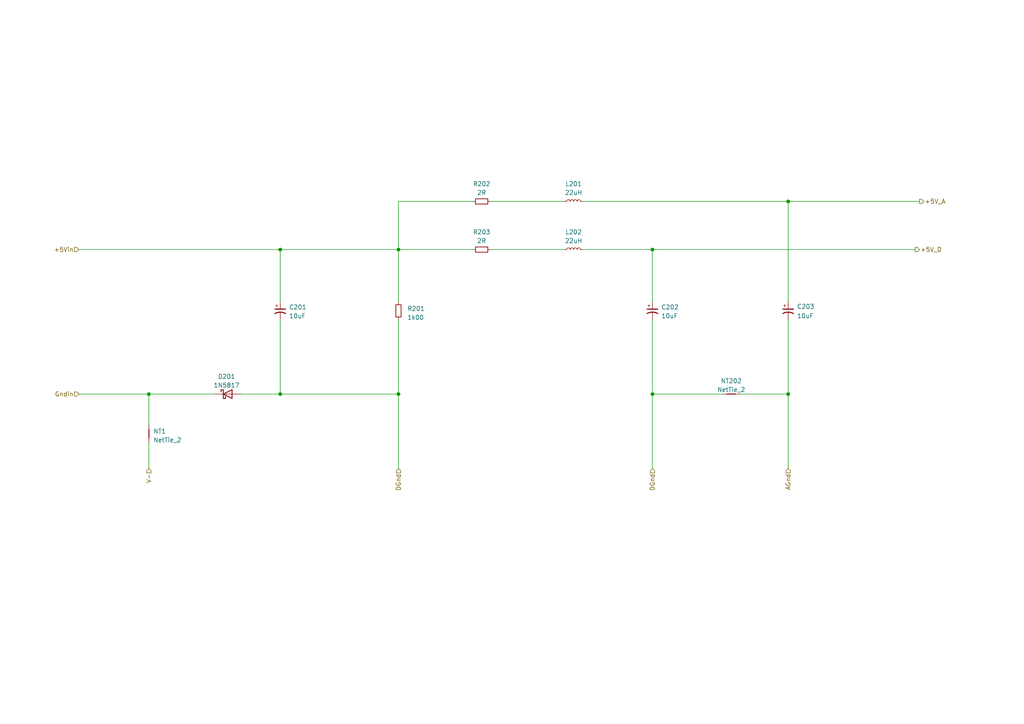
<source format=kicad_sch>
(kicad_sch (version 20230121) (generator eeschema)
  (paper "A4")
  (lib_symbols
    (symbol "Device:C_Polarized_Small_US" (pin_numbers hide) (pin_names (offset 0.254) hide)
      (property "Reference" "C" (at 0.254 1.778 0))
      (property "Value" "C_Polarized_Small_US" (at 0.254 -2.032 0))
      (symbol "C_Polarized_Small_US_0_1"
        (polyline (pts (xy -1.524 0.508) (xy 1.524 0.508)) (stroke (width 0.3048)))
        (polyline (pts (xy -1.27 1.524) (xy -0.762 1.524)))
        (polyline (pts (xy -1.016 1.27) (xy -1.016 1.778)))
        (arc (start 1.524 -0.762) (mid 0 -0.3734) (end -1.524 -0.762) (stroke (width 0.3048)))
      )
      (symbol "C_Polarized_Small_US_1_1"
        (pin passive line (at 0 2.54 270) (length 2.032) (name "~") (number "1"))
        (pin passive line (at 0 -2.54 90) (length 2.032) (name "~") (number "2"))
      )
    )
    (symbol "Device:L_Small" (pin_numbers hide) (pin_names (offset 0.254) hide)
      (property "Reference" "L" (at 0.762 1.016 0))
      (property "Value" "L_Small" (at 0.762 -1.016 0))
      (symbol "L_Small_0_1"
        (arc (start 0 -2.032) (mid 0.5058 -1.524) (end 0 -1.016))
        (arc (start 0 -1.016) (mid 0.5058 -0.508) (end 0 0))
        (arc (start 0 0) (mid 0.5058 0.508) (end 0 1.016))
        (arc (start 0 1.016) (mid 0.5058 1.524) (end 0 2.032))
      )
      (symbol "L_Small_1_1"
        (pin passive line (at 0 2.54 270) (length 0.508) (name "~") (number "1"))
        (pin passive line (at 0 -2.54 90) (length 0.508) (name "~") (number "2"))
      )
    )
    (symbol "Device:NetTie_2" (pin_numbers hide) (pin_names (offset 0) hide) (in_bom no)
      (property "Reference" "NT" (at 0 1.27 0))
      (property "Value" "NetTie_2" (at 0 -1.27 0))
      (symbol "NetTie_2_0_1"
        (polyline (pts (xy -1.27 0) (xy 1.27 0)) (stroke (width 0.254)))
      )
      (symbol "NetTie_2_1_1"
        (pin passive line (at -2.54 0 0) (length 2.54) (name "1") (number "1"))
        (pin passive line (at 2.54 0 180) (length 2.54) (name "2") (number "2"))
      )
    )
    (symbol "Device:R_Small" (pin_numbers hide) (pin_names (offset 0.254) hide)
      (property "Reference" "R" (at 0.762 0.508 0))
      (property "Value" "R_Small" (at 0.762 -1.016 0))
      (symbol "R_Small_0_1"
        (rectangle (start -0.762 1.778) (end 0.762 -1.778) (stroke (width 0.2032)))
      )
      (symbol "R_Small_1_1"
        (pin passive line (at 0 2.54 270) (length 0.762) (name "~") (number "1"))
        (pin passive line (at 0 -2.54 90) (length 0.762) (name "~") (number "2"))
      )
    )
    (symbol "Diode:1N5817" (pin_numbers hide) (pin_names (offset 1.016) hide)
      (property "Reference" "D" (at 0 2.54 0))
      (property "Value" "1N5817" (at 0 -2.54 0))
      (symbol "1N5817_0_1"
        (polyline (pts (xy 1.27 0) (xy -1.27 0)))
        (polyline (pts (xy 1.27 1.27) (xy 1.27 -1.27) (xy -1.27 0) (xy 1.27 1.27)) (stroke (width 0.254)))
        (polyline (pts (xy -1.905 0.635) (xy -1.905 1.27) (xy -1.27 1.27) (xy -1.27 -1.27) (xy -0.635 -1.27) (xy -0.635 -0.635)) (stroke (width 0.254)))
      )
      (symbol "1N5817_1_1"
        (pin passive line (at -3.81 0 0) (length 2.54) (name "K") (number "1"))
        (pin passive line (at 3.81 0 180) (length 2.54) (name "A") (number "2"))
      )
    )
  )
  (junction (at 81.28 72.39))
  (junction (at 228.6 114.3))
  (junction (at 189.23 72.39))
  (junction (at 189.23 114.3))
  (junction (at 228.6 58.42))
  (junction (at 43.18 114.3))
  (junction (at 81.28 114.3))
  (junction (at 115.57 72.39))
  (junction (at 115.57 114.3))
  (wire (pts (xy 228.6 58.42) (xy 266.7 58.42)))
  (wire (pts (xy 81.28 72.39) (xy 115.57 72.39)))
  (wire (pts (xy 142.24 72.39) (xy 163.83 72.39)))
  (wire (pts (xy 115.57 72.39) (xy 115.57 87.63)))
  (wire (pts (xy 168.91 58.42) (xy 228.6 58.42)))
  (wire (pts (xy 228.6 92.71) (xy 228.6 114.3)))
  (wire (pts (xy 189.23 114.3) (xy 189.23 135.89)))
  (wire (pts (xy 115.57 92.71) (xy 115.57 114.3)))
  (wire (pts (xy 115.57 58.42) (xy 115.57 72.39)))
  (wire (pts (xy 168.91 72.39) (xy 189.23 72.39)))
  (wire (pts (xy 228.6 58.42) (xy 228.6 87.63)))
  (wire (pts (xy 189.23 92.71) (xy 189.23 114.3)))
  (wire (pts (xy 81.28 92.71) (xy 81.28 114.3)))
  (wire (pts (xy 43.18 128.27) (xy 43.18 135.89)))
  (wire (pts (xy 115.57 114.3) (xy 115.57 135.89)))
  (wire (pts (xy 189.23 72.39) (xy 265.43 72.39)))
  (wire (pts (xy 209.55 114.3) (xy 189.23 114.3)))
  (wire (pts (xy 137.16 58.42) (xy 115.57 58.42)))
  (wire (pts (xy 115.57 72.39) (xy 137.16 72.39)))
  (wire (pts (xy 22.86 72.39) (xy 81.28 72.39)))
  (wire (pts (xy 142.24 58.42) (xy 163.83 58.42)))
  (wire (pts (xy 214.63 114.3) (xy 228.6 114.3)))
  (wire (pts (xy 22.86 114.3) (xy 43.18 114.3)))
  (wire (pts (xy 81.28 72.39) (xy 81.28 87.63)))
  (wire (pts (xy 69.85 114.3) (xy 81.28 114.3)))
  (wire (pts (xy 189.23 72.39) (xy 189.23 87.63)))
  (wire (pts (xy 43.18 114.3) (xy 43.18 123.19)))
  (wire (pts (xy 43.18 114.3) (xy 62.23 114.3)))
  (wire (pts (xy 228.6 114.3) (xy 228.6 135.89)))
  (wire (pts (xy 81.28 114.3) (xy 115.57 114.3)))
  (hierarchical_label "Gndin" (shape input) (at 22.86 114.3 180))
  (hierarchical_label "AGnd" (shape input) (at 228.6 135.89 270))
  (hierarchical_label "+5Vin" (shape input) (at 22.86 72.39 180))
  (hierarchical_label "DGnd" (shape input) (at 115.57 135.89 270))
  (hierarchical_label "DGnd" (shape input) (at 189.23 135.89 270))
  (hierarchical_label "+5V_A" (shape output) (at 266.7 58.42 0))
  (hierarchical_label "+5V_D" (shape output) (at 265.43 72.39 0))
  (hierarchical_label "V-" (shape input) (at 43.18 135.89 270))
  (symbol (lib_id "Device:L_Small") (at 166.37 58.42 90) (unit 1)
    (property "Reference" "L201" (at 166.37 53.34 90))
    (property "Value" "22uH" (at 166.37 55.88 90))
    (property "Footprint" "Inductor_SMD:L_1210_3225Metric" (effects hide))
  )
  (symbol (lib_id "Device:R_Small") (at 115.57 90.17 0) (unit 1)
    (property "Reference" "R201" (at 118.11 89.535 0) (effects (justify left)))
    (property "Value" "1k00" (at 118.11 92.075 0) (effects (justify left)))
    (property "Footprint" "Resistor_SMD:R_0805_2012Metric" (effects hide))
  )
  (symbol (lib_id "Device:C_Polarized_Small_US") (at 81.28 90.17 0) (unit 1)
    (property "Reference" "C201" (at 83.82 89.1032 0) (effects (justify left)))
    (property "Value" "10uF" (at 83.82 91.6432 0) (effects (justify left)))
    (property "Footprint" "Capacitor_Tantalum_SMD:CP_EIA-3216-18_Kemet-A" (effects hide))
  )
  (symbol (lib_id "Diode:1N5817") (at 66.04 114.3 0) (unit 1)
    (property "Reference" "D201" (at 65.7225 109.22 0))
    (property "Value" "1N5817" (at 65.7225 111.76 0))
    (property "Footprint" "Diode_THT:D_DO-41_SOD81_P10.16mm_Horizontal" (effects hide))
    (property "Datasheet" "http://www.vishay.com/docs/88525/1n5817.pdf" (effects hide))
  )
  (symbol (lib_id "Device:NetTie_2") (at 43.18 125.73 90) (unit 1) (in_bom no)
    (property "Reference" "NT1" (at 44.45 125.095 90) (effects (justify right)))
    (property "Value" "NetTie_2" (at 44.45 127.635 90) (effects (justify right)))
    (property "Footprint" "NetTie:NetTie-2_SMD_Pad2.0mm" (effects hide))
  )
  (symbol (lib_id "Device:NetTie_2") (at 212.09 114.3 0) (unit 1) (in_bom no)
    (property "Reference" "NT202" (at 212.09 110.49 0))
    (property "Value" "NetTie_2" (at 212.09 113.03 0))
    (property "Footprint" "NetTie:NetTie-2_SMD_Pad2.0mm" (effects hide))
  )
  (symbol (lib_id "Device:L_Small") (at 166.37 72.39 90) (unit 1)
    (property "Reference" "L202" (at 166.37 67.31 90))
    (property "Value" "22uH" (at 166.37 69.85 90))
    (property "Footprint" "Inductor_SMD:L_1210_3225Metric" (effects hide))
  )
  (symbol (lib_id "Device:R_Small") (at 139.7 58.42 90) (unit 1)
    (property "Reference" "R202" (at 139.7 53.34 90))
    (property "Value" "2R" (at 139.7 55.88 90))
    (property "Footprint" "Resistor_SMD:R_0805_2012Metric" (effects hide))
  )
  (symbol (lib_id "Device:R_Small") (at 139.7 72.39 90) (unit 1)
    (property "Reference" "R203" (at 139.7 67.31 90))
    (property "Value" "2R" (at 139.7 69.85 90))
    (property "Footprint" "Resistor_SMD:R_0805_2012Metric" (effects hide))
  )
  (symbol (lib_id "Device:C_Polarized_Small_US") (at 228.6 90.17 0) (unit 1)
    (property "Reference" "C203" (at 231.14 88.9 0) (effects (justify left)))
    (property "Value" "10uF" (at 231.14 91.6432 0) (effects (justify left)))
    (property "Footprint" "Capacitor_Tantalum_SMD:CP_EIA-3216-18_Kemet-A" (effects hide))
  )
  (symbol (lib_id "Device:C_Polarized_Small_US") (at 189.23 90.17 0) (unit 1)
    (property "Reference" "C202" (at 191.77 89.1032 0) (effects (justify left)))
    (property "Value" "10uF" (at 191.77 91.6432 0) (effects (justify left)))
    (property "Footprint" "Capacitor_Tantalum_SMD:CP_EIA-3216-18_Kemet-A" (effects hide))
  )
)
</source>
